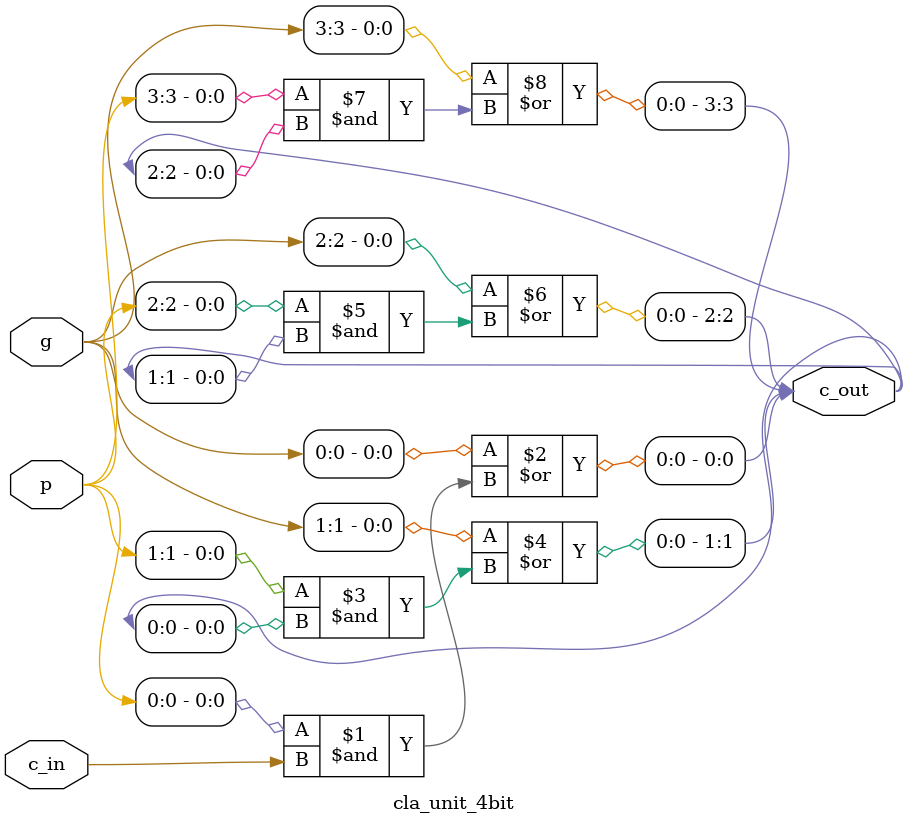
<source format=v>
`timescale 1ps/1ps
module cla_unit_4bit (
    input [3:0] g,
    input [3:0] p,
    input c_in,
    output [3:0] c_out
);
    assign c_out[0] = g[0] | (p[0] & c_in); // carry occur 01,10,11 like full_adder c_out = c_f1 | c_f2;
                                            // first c_out[0] is c_in
    assign c_out[1] = g[1] | (p[1] & c_out[0]); 
    assign c_out[2] = g[2] | (p[2] & c_out[1]); 
    assign c_out[3] = g[3] | (p[3] & c_out[2]); 


endmodule
</source>
